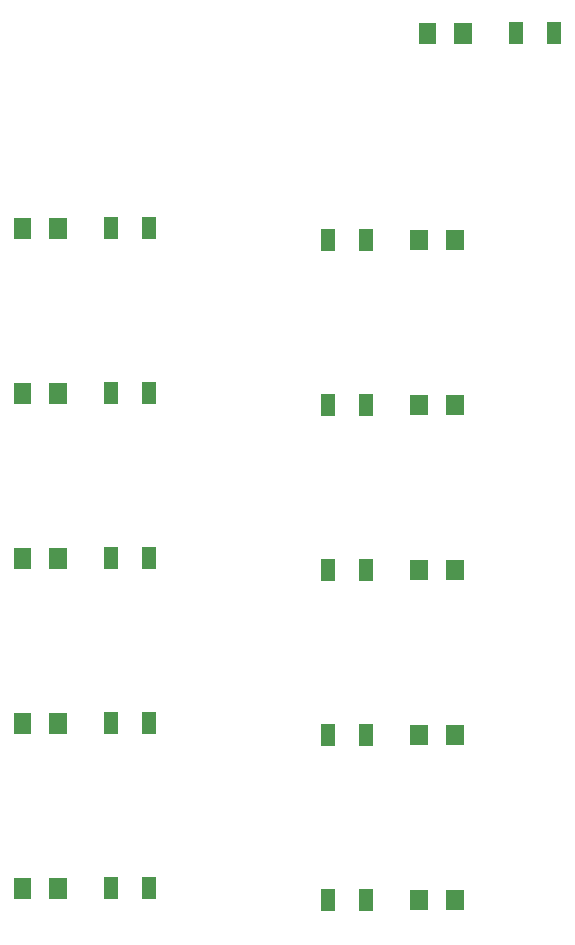
<source format=gtp>
G04 Layer: TopPasteMaskLayer*
G04 EasyEDA v6.5.5, 2022-06-01 22:09:19*
G04 f343101900314467833159393b3af33e,c96cdaf6a0e44fa3bb1e134f2b5c86cb,10*
G04 Gerber Generator version 0.2*
G04 Scale: 100 percent, Rotated: No, Reflected: No *
G04 Dimensions in millimeters *
G04 leading zeros omitted , absolute positions ,4 integer and 5 decimal *
%FSLAX45Y45*%
%MOMM*%

%ADD12R,1.5000X1.8000*%
%ADD13R,1.2000X1.9000*%

%LPD*%
G36*
X2383599Y-2604899D02*
G01*
X2533601Y-2604899D01*
X2533601Y-2784899D01*
X2383599Y-2784899D01*
G37*
G36*
X2683598Y-2604899D02*
G01*
X2833601Y-2604899D01*
X2833601Y-2784899D01*
X2683598Y-2784899D01*
G37*
G36*
X5812599Y-953899D02*
G01*
X5962601Y-953899D01*
X5962601Y-1133899D01*
X5812599Y-1133899D01*
G37*
G36*
X6112598Y-953899D02*
G01*
X6262601Y-953899D01*
X6262601Y-1133899D01*
X6112598Y-1133899D01*
G37*
G36*
X2383599Y-4001899D02*
G01*
X2533601Y-4001899D01*
X2533601Y-4181899D01*
X2383599Y-4181899D01*
G37*
G36*
X2683598Y-4001899D02*
G01*
X2833601Y-4001899D01*
X2833601Y-4181899D01*
X2683598Y-4181899D01*
G37*
G36*
X2383599Y-5398899D02*
G01*
X2533601Y-5398899D01*
X2533601Y-5578899D01*
X2383599Y-5578899D01*
G37*
G36*
X2683598Y-5398899D02*
G01*
X2833601Y-5398899D01*
X2833601Y-5578899D01*
X2683598Y-5578899D01*
G37*
G36*
X2383599Y-6795899D02*
G01*
X2533601Y-6795899D01*
X2533601Y-6975899D01*
X2383599Y-6975899D01*
G37*
G36*
X2683598Y-6795899D02*
G01*
X2833601Y-6795899D01*
X2833601Y-6975899D01*
X2683598Y-6975899D01*
G37*
G36*
X2383599Y-8192899D02*
G01*
X2533601Y-8192899D01*
X2533601Y-8372899D01*
X2383599Y-8372899D01*
G37*
G36*
X2683598Y-8192899D02*
G01*
X2833601Y-8192899D01*
X2833601Y-8372899D01*
X2683598Y-8372899D01*
G37*
D12*
G01*
X6119012Y-2794000D03*
G01*
X5819013Y-2794000D03*
G01*
X6119012Y-4191000D03*
G01*
X5819013Y-4191000D03*
G01*
X6119012Y-5588000D03*
G01*
X5819013Y-5588000D03*
G01*
X6119012Y-6985000D03*
G01*
X5819013Y-6985000D03*
G01*
X6119012Y-8382000D03*
G01*
X5819013Y-8382000D03*
D13*
G01*
X3210585Y-2694889D03*
G01*
X3530600Y-2694889D03*
G01*
X6639585Y-1043889D03*
G01*
X6959600Y-1043889D03*
G01*
X3210585Y-4091889D03*
G01*
X3530600Y-4091889D03*
G01*
X3210585Y-5488889D03*
G01*
X3530600Y-5488889D03*
G01*
X3210585Y-6885889D03*
G01*
X3530600Y-6885889D03*
G01*
X3210585Y-8282889D03*
G01*
X3530600Y-8282889D03*
G36*
X5307007Y-2698998D02*
G01*
X5427007Y-2698998D01*
X5427007Y-2889001D01*
X5307007Y-2889001D01*
G37*
G36*
X4986992Y-2698998D02*
G01*
X5106992Y-2698998D01*
X5106992Y-2889001D01*
X4986992Y-2889001D01*
G37*
G36*
X5307007Y-4095998D02*
G01*
X5427007Y-4095998D01*
X5427007Y-4286001D01*
X5307007Y-4286001D01*
G37*
G36*
X4986992Y-4095998D02*
G01*
X5106992Y-4095998D01*
X5106992Y-4286001D01*
X4986992Y-4286001D01*
G37*
G36*
X5307007Y-5492998D02*
G01*
X5427007Y-5492998D01*
X5427007Y-5683001D01*
X5307007Y-5683001D01*
G37*
G36*
X4986992Y-5492998D02*
G01*
X5106992Y-5492998D01*
X5106992Y-5683001D01*
X4986992Y-5683001D01*
G37*
G36*
X5307007Y-6889998D02*
G01*
X5427007Y-6889998D01*
X5427007Y-7080001D01*
X5307007Y-7080001D01*
G37*
G36*
X4986992Y-6889998D02*
G01*
X5106992Y-6889998D01*
X5106992Y-7080001D01*
X4986992Y-7080001D01*
G37*
G36*
X5307007Y-8286998D02*
G01*
X5427007Y-8286998D01*
X5427007Y-8477001D01*
X5307007Y-8477001D01*
G37*
G36*
X4986992Y-8286998D02*
G01*
X5106992Y-8286998D01*
X5106992Y-8477001D01*
X4986992Y-8477001D01*
G37*
M02*

</source>
